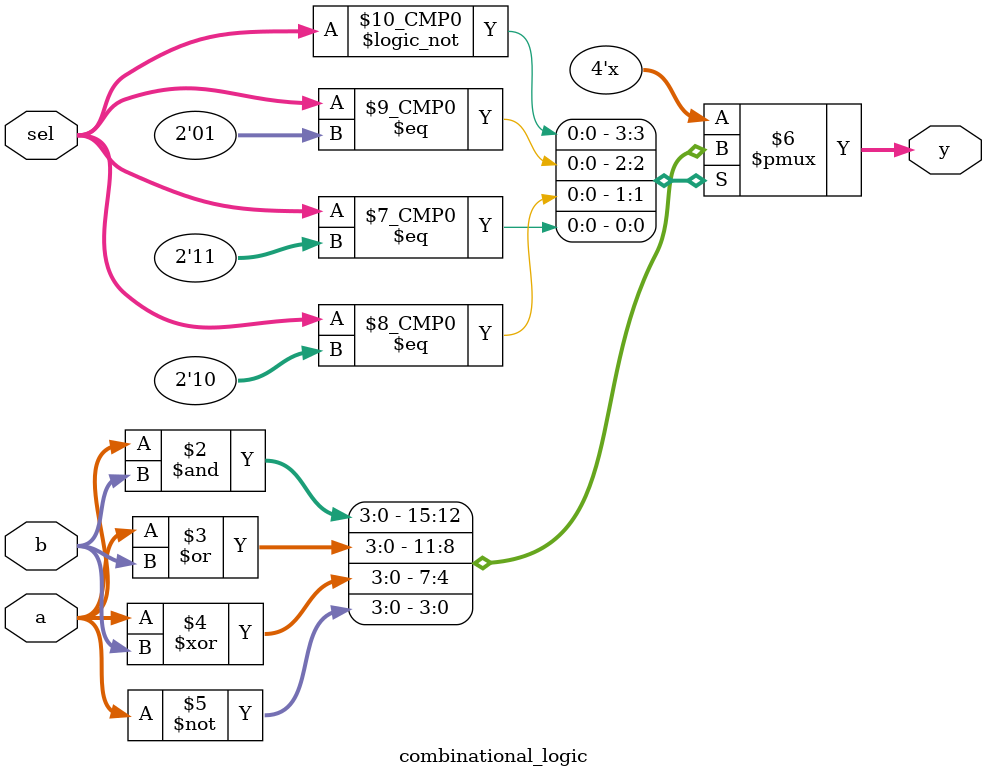
<source format=sv>
module combinational_logic (
    input logic [3:0] a,
    input logic [3:0] b,
    input logic [1:0] sel,
    output logic [3:0] y
);

    always @(*) begin
        case (sel)
            2'b00: y = a & b;  // AND operation
            2'b01: y = a | b;  // OR operation
            2'b10: y = a ^ b;  // XOR operation
            2'b11: y = ~a;     // NOT operation on 'a'
            default: y = 4'b0000; // Default case
        endcase
    end

endmodule
</source>
